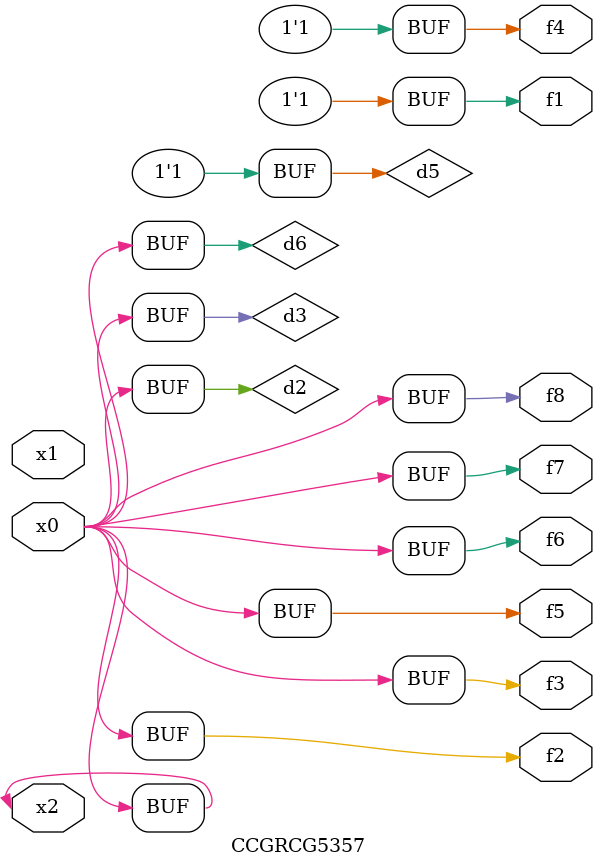
<source format=v>
module CCGRCG5357(
	input x0, x1, x2,
	output f1, f2, f3, f4, f5, f6, f7, f8
);

	wire d1, d2, d3, d4, d5, d6;

	xnor (d1, x2);
	buf (d2, x0, x2);
	and (d3, x0);
	xnor (d4, x1, x2);
	nand (d5, d1, d3);
	buf (d6, d2, d3);
	assign f1 = d5;
	assign f2 = d6;
	assign f3 = d6;
	assign f4 = d5;
	assign f5 = d6;
	assign f6 = d6;
	assign f7 = d6;
	assign f8 = d6;
endmodule

</source>
